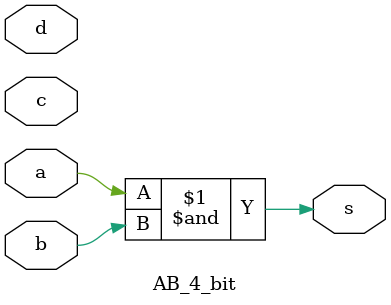
<source format=v>
module AB_4_bit (
    input wire a,
    input wire b,
    input wire c,
    input wire d,
    output wire s
);
    
    ///Inciso A 
    // assign s=(a|b|c|d);

    ///Inciso B
    // assign s = a & b & c & d;

    //Inciso C
    assign s = a&b;
endmodule
</source>
